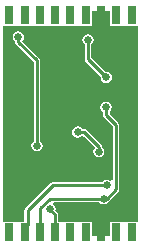
<source format=gbl>
G04*
G04 #@! TF.GenerationSoftware,Altium Limited,Altium Designer,20.0.2 (26)*
G04*
G04 Layer_Physical_Order=2*
G04 Layer_Color=16711680*
%FSLAX25Y25*%
%MOIN*%
G70*
G01*
G75*
%ADD12C,0.01000*%
%ADD23C,0.02500*%
%ADD24R,0.03150X0.05906*%
G36*
X35645Y75315D02*
X35687Y75101D01*
Y70581D01*
X40037D01*
Y70581D01*
X40781D01*
Y70581D01*
X45024D01*
Y5246D01*
X40778D01*
Y5246D01*
X40034D01*
Y5246D01*
X35684D01*
Y726D01*
X35642Y512D01*
X29890D01*
X29847Y726D01*
Y5246D01*
X25497D01*
Y5246D01*
X24754D01*
Y5246D01*
X20404D01*
Y5246D01*
X19660D01*
Y5246D01*
X18607D01*
Y7609D01*
X18607Y7609D01*
X18521Y8038D01*
X18278Y8402D01*
X18278Y8402D01*
X17584Y9096D01*
X17634Y9347D01*
X17491Y10068D01*
X17082Y10680D01*
X16885Y10812D01*
X17189Y11812D01*
X32158D01*
X32300Y11599D01*
X32912Y11190D01*
X33634Y11047D01*
X34356Y11190D01*
X34968Y11599D01*
X35161Y11889D01*
X35201Y11897D01*
X35565Y12140D01*
X38608Y15183D01*
X38851Y15547D01*
X38936Y15976D01*
X38936Y15976D01*
Y37393D01*
X38851Y37822D01*
X38608Y38186D01*
X38608Y38186D01*
X35840Y40954D01*
X35767Y41981D01*
X36176Y42593D01*
X36319Y43315D01*
X36176Y44037D01*
X35767Y44649D01*
X35155Y45058D01*
X34433Y45201D01*
X33711Y45058D01*
X33099Y44649D01*
X32690Y44037D01*
X32547Y43315D01*
X32690Y42593D01*
X33099Y41981D01*
X33312Y41839D01*
Y40775D01*
X33312Y40775D01*
X33397Y40346D01*
X33640Y39982D01*
X36693Y36928D01*
Y19334D01*
X36550Y19216D01*
X35693Y18891D01*
X35338Y19128D01*
X34616Y19272D01*
X33894Y19128D01*
X33282Y18720D01*
X33141Y18507D01*
X16768D01*
X16768Y18507D01*
X16339Y18422D01*
X15975Y18179D01*
X15975Y18179D01*
X7580Y9784D01*
X7337Y9420D01*
X7252Y8991D01*
X7252Y8991D01*
Y5246D01*
X5123D01*
Y5246D01*
X4380D01*
Y5246D01*
X236D01*
Y70581D01*
X4382D01*
Y70581D01*
X5126D01*
Y70581D01*
X9476D01*
Y70581D01*
X10220D01*
Y70581D01*
X14569D01*
Y70581D01*
X15313D01*
Y70581D01*
X19663D01*
Y70581D01*
X20407D01*
Y70581D01*
X24756D01*
Y70581D01*
X25500D01*
Y70581D01*
X29850D01*
Y75101D01*
X29893Y75315D01*
X29896Y75319D01*
X35642D01*
X35645Y75315D01*
D02*
G37*
%LPC*%
G36*
X28480Y67689D02*
X27758Y67546D01*
X27147Y67137D01*
X26738Y66525D01*
X26594Y65803D01*
X26738Y65081D01*
X27147Y64469D01*
X27359Y64328D01*
Y59351D01*
X27359Y59350D01*
X27444Y58921D01*
X27687Y58557D01*
X32715Y53530D01*
X32665Y53280D01*
X32809Y52558D01*
X33217Y51946D01*
X33829Y51537D01*
X34551Y51393D01*
X35273Y51537D01*
X35885Y51946D01*
X36294Y52558D01*
X36437Y53280D01*
X36294Y54001D01*
X35885Y54613D01*
X35273Y55022D01*
X34551Y55166D01*
X34301Y55116D01*
X29602Y59815D01*
Y64328D01*
X29814Y64469D01*
X30223Y65081D01*
X30367Y65803D01*
X30223Y66525D01*
X29814Y67137D01*
X29202Y67546D01*
X28480Y67689D01*
D02*
G37*
G36*
X5256Y68678D02*
X4534Y68534D01*
X3922Y68125D01*
X3513Y67513D01*
X3370Y66791D01*
X3513Y66070D01*
X3922Y65458D01*
X4134Y65316D01*
Y65201D01*
X4134Y65201D01*
X4220Y64772D01*
X4463Y64408D01*
X10316Y58555D01*
Y32082D01*
X10103Y31940D01*
X9694Y31328D01*
X9551Y30606D01*
X9694Y29884D01*
X10103Y29272D01*
X10715Y28864D01*
X11437Y28720D01*
X12159Y28864D01*
X12771Y29272D01*
X13180Y29884D01*
X13323Y30606D01*
X13180Y31328D01*
X12771Y31940D01*
X12559Y32082D01*
Y59020D01*
X12473Y59449D01*
X12230Y59813D01*
X12230Y59813D01*
X6589Y65453D01*
X6590Y65458D01*
X6999Y66070D01*
X7142Y66791D01*
X6999Y67513D01*
X6590Y68125D01*
X5978Y68534D01*
X5256Y68678D01*
D02*
G37*
G36*
X24949Y37036D02*
X24227Y36892D01*
X23615Y36483D01*
X23206Y35871D01*
X23063Y35150D01*
X23206Y34428D01*
X23615Y33816D01*
X24227Y33407D01*
X24949Y33263D01*
X25671Y33407D01*
X26283Y33816D01*
X27255Y33470D01*
X30732Y29993D01*
X30725Y29923D01*
X30316Y29311D01*
X30173Y28589D01*
X30316Y27867D01*
X30725Y27255D01*
X31337Y26846D01*
X32059Y26703D01*
X32781Y26846D01*
X33393Y27255D01*
X33802Y27867D01*
X33945Y28589D01*
X33802Y29311D01*
X33393Y29923D01*
X33181Y30064D01*
Y30252D01*
X33181Y30252D01*
X33095Y30681D01*
X32852Y31045D01*
X32852Y31045D01*
X27955Y35943D01*
X27591Y36186D01*
X27161Y36271D01*
X27161Y36271D01*
X26424D01*
X26283Y36483D01*
X25671Y36892D01*
X24949Y37036D01*
D02*
G37*
%LPD*%
D12*
X17485Y512D02*
Y7609D01*
X15748Y9347D02*
X17485Y7609D01*
X12392Y9636D02*
X15689Y12933D01*
X33634D01*
X8373Y8991D02*
X16768Y17386D01*
X12392Y512D02*
Y9636D01*
X8373Y4146D02*
Y8991D01*
X16768Y17386D02*
X34616D01*
X11437Y30606D02*
Y59020D01*
X5256Y65201D02*
X11437Y59020D01*
X5256Y65201D02*
Y66791D01*
X32776Y62177D02*
Y75308D01*
X32000Y61402D02*
X32776Y62177D01*
X28480Y59350D02*
X34551Y53280D01*
X28480Y59350D02*
Y65803D01*
X32769Y75315D02*
X32776Y75308D01*
X33634Y12933D02*
X34772D01*
X37815Y15976D01*
Y37393D01*
X24949Y35150D02*
X27161D01*
X32059Y30252D01*
Y28589D02*
Y30252D01*
X34433Y40775D02*
X37815Y37393D01*
X34433Y40775D02*
Y43315D01*
X7298Y512D02*
Y3071D01*
X8373Y4146D01*
D23*
X15748Y9347D02*
D03*
X5256Y66791D02*
D03*
X32000Y61402D02*
D03*
X11437Y30606D02*
D03*
X33634Y12933D02*
D03*
X34616Y17386D02*
D03*
X24949Y35150D02*
D03*
X28480Y65803D02*
D03*
X32059Y28589D02*
D03*
X34551Y53280D02*
D03*
X34433Y43315D02*
D03*
D24*
X42956Y74134D02*
D03*
X37862D02*
D03*
X7301D02*
D03*
X12395D02*
D03*
X17488D02*
D03*
X22582D02*
D03*
X27675D02*
D03*
X32769D02*
D03*
X2208D02*
D03*
X2205Y1693D02*
D03*
X7298D02*
D03*
X37859D02*
D03*
X32766D02*
D03*
X27672D02*
D03*
X22579D02*
D03*
X17485D02*
D03*
X12392D02*
D03*
X42953D02*
D03*
M02*

</source>
